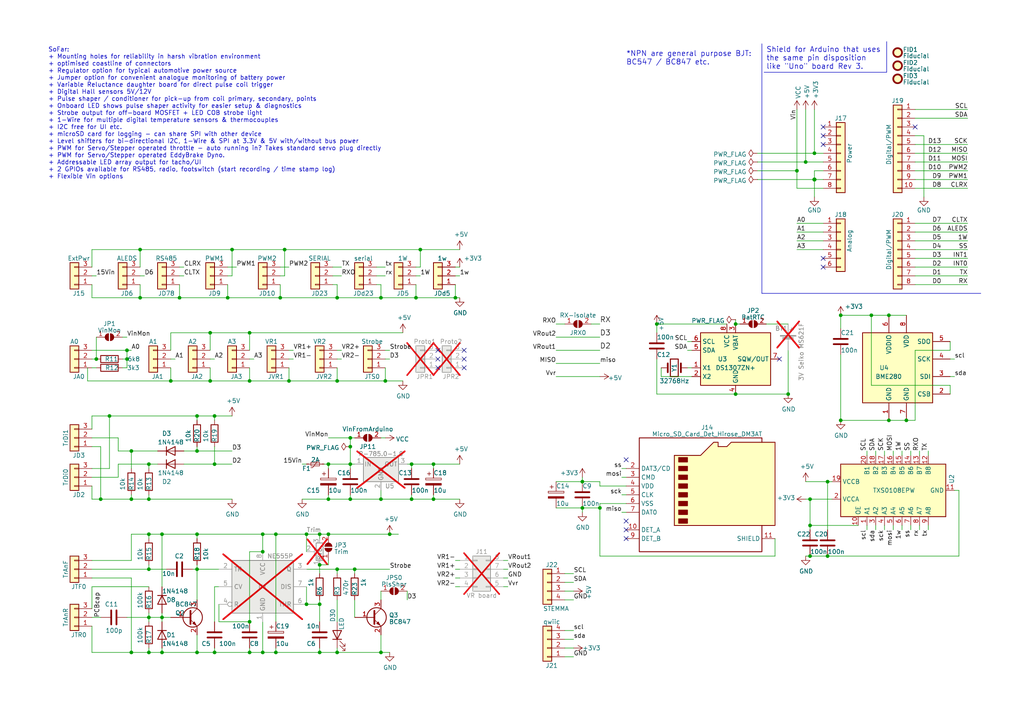
<source format=kicad_sch>
(kicad_sch (version 20250114) (generator "eeschema") (generator_version "9.0")
  (paper "A4")
  (title_block (title "ArdynoMon") (date "2026-02-14") (rev "Rev 3.6") (company "TechColab.co.je") (comment 1 "Enhanced from Ardyno.") (comment 2 "+Some engine monitoring / logging inputs") (comment 3 "+Some outputs for UI & engine / dyno control") (comment 4 "+Enabled for further increments."))
  (text "*NPN are general purpose BJT:\nBC547 / BC847 etc." (at 181.61 19.05 0) (effects (font (size 1.524 1.524)) (justify left bottom)))
  (text "Shield for Arduino that uses\nthe same pin disposition\nlike \"Uno\" board Rev 3." (at 222.25 20.32 0) (effects (font (size 1.524 1.524)) (justify left bottom)))
  (text "SoFar:\n+ Mounting holes for reliability in harsh vibration environment\n+ optimised coastline of connectors\n+ Regulator option for typical automotive power source\n+ Jumper option for convenient analogue monitoring of battery power\n+ Variable Reluctance daughter board for direct pulse coil trigger\n+ Digital Hall sensors 5V/12V\n+ Pulse shaper / conditioner for pick-up from coil primary, secondary, points\n+ Onboard LED shows pulse shaper activity for easier setup & diagnostics\n+ Strobe output for off-board MOSFET + LED COB strobe light\n+ 1-Wire for multiple digital temperature sensors & thermocouples\n+ I2C free for UI etc.\n+ microSD card for logging - can share SPI with other device\n+ Level shifters for bi-directional I2C, 1-Wire & SPI at 3.3V & 5V with/without bus power\n+ PWM for Servo/Stepper operated throttle - auto running in? Takes standard servo plug directly\n+ PWM for Servo/Stepper operated EddyBrake Dyno.\n+ Addressable LED array output for tacho/UI\n+ 2 GPIOs available for RS485, radio, footswitch (start recording / time stamp log)\n+ Flexible Vin options" (at 13.97 52.07 0) (effects (font (size 1.27 1.27)) (justify left bottom)))
  (junction (at 60.96 96.52))
  (junction (at 110.49 189.23))
  (junction (at 43.18 154.94))
  (junction (at 243.84 121.92))
  (junction (at 46.99 179.07))
  (junction (at 67.31 72.39))
  (junction (at 57.15 189.23))
  (junction (at 72.39 189.23))
  (junction (at 213.36 93.98))
  (junction (at 125.73 134.62))
  (junction (at 88.9 175.26))
  (junction (at 72.39 110.49))
  (junction (at 120.65 86.36))
  (junction (at 101.6 134.62))
  (junction (at 46.99 154.94))
  (junction (at 111.76 110.49))
  (junction (at 97.79 165.1))
  (junction (at 83.82 110.49))
  (junction (at 97.79 189.23))
  (junction (at 40.64 72.39))
  (junction (at 43.18 134.62))
  (junction (at 233.68 46.99))
  (junction (at 252.73 91.44))
  (junction (at 173.99 147.32))
  (junction (at 40.64 86.36))
  (junction (at 80.01 189.23))
  (junction (at 76.2 189.23))
  (junction (at 62.23 120.65))
  (junction (at 95.25 134.62))
  (junction (at 257.81 91.44))
  (junction (at 38.1 130.81))
  (junction (at 236.22 52.07) (diameter 1.016))
  (junction (at 66.04 86.36))
  (junction (at 57.15 154.94))
  (junction (at 38.1 144.78))
  (junction (at 46.99 189.23))
  (junction (at 80.01 154.94))
  (junction (at 132.08 86.36))
  (junction (at 257.81 121.92))
  (junction (at 92.71 175.26))
  (junction (at 72.39 96.52))
  (junction (at 43.18 165.1))
  (junction (at 240.03 161.29))
  (junction (at 27.94 104.14))
  (junction (at 262.89 121.92))
  (junction (at 110.49 144.78))
  (junction (at 101.6 129.54))
  (junction (at 102.87 165.1))
  (junction (at 76.2 154.94))
  (junction (at 168.91 139.7))
  (junction (at 43.18 189.23))
  (junction (at 29.21 144.78))
  (junction (at 95.25 154.94))
  (junction (at 43.18 179.07))
  (junction (at 97.79 86.36))
  (junction (at 125.73 144.78))
  (junction (at 62.23 134.62))
  (junction (at 113.03 154.94))
  (junction (at 234.95 144.78))
  (junction (at 101.6 127))
  (junction (at 101.6 144.78))
  (junction (at 110.49 86.36))
  (junction (at 97.79 110.49))
  (junction (at 81.28 86.36))
  (junction (at 49.53 110.49))
  (junction (at 119.38 144.78))
  (junction (at 38.1 189.23))
  (junction (at 52.07 86.36))
  (junction (at 57.15 130.81))
  (junction (at 57.15 120.65))
  (junction (at 62.23 189.23))
  (junction (at 234.95 152.4))
  (junction (at 57.15 165.1))
  (junction (at 72.39 180.34))
  (junction (at 243.84 91.44))
  (junction (at 240.03 139.7))
  (junction (at 82.55 72.39))
  (junction (at 228.6 114.3))
  (junction (at 92.71 189.23))
  (junction (at 60.96 110.49))
  (junction (at 231.14 49.53))
  (junction (at 92.71 163.83))
  (junction (at 76.2 160.02))
  (junction (at 36.83 101.6))
  (junction (at 190.5 93.98))
  (junction (at 119.38 134.62))
  (junction (at 95.25 144.78))
  (junction (at 234.95 161.29))
  (junction (at 31.75 120.65))
  (junction (at 213.36 114.3))
  (junction (at 36.83 104.14))
  (junction (at 92.71 154.94))
  (junction (at 121.92 72.39))
  (junction (at 88.9 154.94))
  (junction (at 43.18 144.78))
  (junction (at 168.91 147.32))
  (junction (at 236.22 44.45))
  (no_connect (at 181.61 153.67))
  (no_connect (at 181.61 151.13))
  (no_connect (at 238.76 74.93))
  (no_connect (at 127 101.6))
  (no_connect (at 134.62 101.6))
  (no_connect (at 181.61 156.21))
  (no_connect (at 238.76 39.37))
  (no_connect (at 226.06 104.14))
  (no_connect (at 127 106.68))
  (no_connect (at 181.61 133.35))
  (no_connect (at 238.76 36.83))
  (no_connect (at 134.62 104.14))
  (no_connect (at 134.62 106.68))
  (no_connect (at 238.76 77.47))
  (no_connect (at 127 104.14))
  (no_connect (at 238.76 41.91))
  (no_connect (at 265.43 36.83))
  (wire (pts (xy 95.25 134.62) (xy 101.6 134.62)))
  (wire (pts (xy 101.6 144.78) (xy 110.49 144.78)))
  (wire (pts (xy 180.34 143.51) (xy 181.61 143.51)))
  (wire (pts (xy 92.71 156.21) (xy 92.71 154.94)))
  (wire (pts (xy 110.49 82.55) (xy 110.49 86.36)))
  (wire (pts (xy 238.76 49.53) (xy 236.22 49.53)))
  (wire (pts (xy 213.36 92.71) (xy 213.36 93.98)))
  (wire (pts (xy 161.29 109.22) (xy 173.99 109.22)))
  (wire (pts (xy 275.59 109.22) (xy 276.86 109.22)))
  (wire (pts (xy 36.83 106.68) (xy 36.83 104.14)))
  (wire (pts (xy 163.83 190.5) (xy 166.37 190.5)))
  (polyline (pts (xy 220.98 85.09) (xy 284.48 85.09)))
  (wire (pts (xy 80.01 154.94) (xy 88.9 154.94)))
  (wire (pts (xy 66.04 77.47) (xy 68.58 77.47)))
  (wire (pts (xy 110.49 171.45) (xy 110.49 173.99)))
  (wire (pts (xy 63.5 170.18) (xy 62.23 170.18)))
  (wire (pts (xy 132.08 167.64) (xy 133.35 167.64)))
  (wire (pts (xy 43.18 187.96) (xy 43.18 189.23)))
  (wire (pts (xy 57.15 163.83) (xy 57.15 165.1)))
  (wire (pts (xy 97.79 187.96) (xy 97.79 189.23)))
  (wire (pts (xy 191.77 109.22) (xy 200.66 109.22)))
  (wire (pts (xy 95.25 135.89) (xy 95.25 134.62)))
  (wire (pts (xy 110.49 184.15) (xy 110.49 189.23)))
  (wire (pts (xy 133.35 86.36) (xy 132.08 86.36)))
  (wire (pts (xy 40.64 72.39) (xy 26.67 72.39)))
  (wire (pts (xy 46.99 177.8) (xy 46.99 179.07)))
  (wire (pts (xy 254 130.81) (xy 254 132.08)))
  (wire (pts (xy 87.63 144.78) (xy 95.25 144.78)))
  (wire (pts (xy 110.49 127) (xy 111.76 127)))
  (wire (pts (xy 36.83 179.07) (xy 43.18 179.07)))
  (wire (pts (xy 265.43 44.45) (xy 280.67 44.45)))
  (wire (pts (xy 72.39 106.68) (xy 72.39 110.49)))
  (wire (pts (xy 265.43 39.37) (xy 267.97 39.37)))
  (wire (pts (xy 101.6 134.62) (xy 102.87 134.62)))
  (wire (pts (xy 161.29 101.6) (xy 173.99 101.6)))
  (wire (pts (xy 132.08 86.36) (xy 120.65 86.36)))
  (wire (pts (xy 92.71 163.83) (xy 95.25 163.83)))
  (wire (pts (xy 80.01 187.96) (xy 80.01 189.23)))
  (wire (pts (xy 163.83 171.45) (xy 166.37 171.45)))
  (wire (pts (xy 110.49 189.23) (xy 113.03 189.23)))
  (wire (pts (xy 101.6 134.62) (xy 101.6 135.89)))
  (wire (pts (xy 43.18 189.23) (xy 46.99 189.23)))
  (wire (pts (xy 132.08 80.01) (xy 133.35 80.01)))
  (wire (pts (xy 49.53 110.49) (xy 60.96 110.49)))
  (wire (pts (xy 95.25 143.51) (xy 95.25 144.78)))
  (wire (pts (xy 57.15 130.81) (xy 67.31 130.81)))
  (wire (pts (xy 81.28 82.55) (xy 81.28 86.36)))
  (wire (pts (xy 161.29 105.41) (xy 173.99 105.41)))
  (wire (pts (xy 181.61 140.97) (xy 173.99 140.97)))
  (wire (pts (xy 190.5 93.98) (xy 190.5 96.52)))
  (wire (pts (xy 67.31 72.39) (xy 67.31 80.01)))
  (wire (pts (xy 57.15 184.15) (xy 57.15 189.23)))
  (wire (pts (xy 228.6 114.3) (xy 213.36 114.3)))
  (wire (pts (xy 43.18 163.83) (xy 43.18 165.1)))
  (wire (pts (xy 97.79 189.23) (xy 110.49 189.23)))
  (wire (pts (xy 234.95 144.78) (xy 234.95 152.4)))
  (wire (pts (xy 180.34 135.89) (xy 181.61 135.89)))
  (wire (pts (xy 168.91 138.43) (xy 168.91 139.7)))
  (wire (pts (xy 101.6 127) (xy 102.87 127)))
  (wire (pts (xy 173.99 146.05) (xy 181.61 146.05)))
  (wire (pts (xy 236.22 31.75) (xy 236.22 44.45)))
  (wire (pts (xy 81.28 80.01) (xy 82.55 80.01)))
  (wire (pts (xy 46.99 154.94) (xy 57.15 154.94)))
  (wire (pts (xy 102.87 165.1) (xy 102.87 166.37)))
  (wire (pts (xy 72.39 160.02) (xy 72.39 180.34)))
  (wire (pts (xy 97.79 86.36) (xy 81.28 86.36)))
  (wire (pts (xy 26.67 135.89) (xy 31.75 135.89)))
  (wire (pts (xy 72.39 96.52) (xy 72.39 101.6)))
  (wire (pts (xy 133.35 72.39) (xy 121.92 72.39)))
  (wire (pts (xy 81.28 77.47) (xy 83.82 77.47)))
  (wire (pts (xy 52.07 82.55) (xy 52.07 86.36)))
  (wire (pts (xy 35.56 97.79) (xy 36.83 97.79)))
  (wire (pts (xy 275.59 99.06) (xy 275.59 101.6)))
  (wire (pts (xy 265.43 82.55) (xy 280.67 82.55)))
  (wire (pts (xy 43.18 134.62) (xy 43.18 135.89)))
  (wire (pts (xy 96.52 77.47) (xy 99.06 77.47)))
  (wire (pts (xy 92.71 163.83) (xy 92.71 166.37)))
  (wire (pts (xy 240.03 139.7) (xy 241.3 139.7)))
  (wire (pts (xy 120.65 80.01) (xy 121.92 80.01)))
  (wire (pts (xy 62.23 129.54) (xy 62.23 134.62)))
  (wire (pts (xy 233.68 31.75) (xy 233.68 46.99)))
  (wire (pts (xy 199.39 106.68) (xy 200.66 106.68)))
  (wire (pts (xy 66.04 82.55) (xy 66.04 86.36)))
  (wire (pts (xy 60.96 106.68) (xy 60.96 110.49)))
  (wire (pts (xy 34.29 130.81) (xy 38.1 130.81)))
  (wire (pts (xy 276.86 142.24) (xy 278.13 142.24)))
  (wire (pts (xy 92.71 187.96) (xy 92.71 189.23)))
  (wire (pts (xy 111.76 101.6) (xy 113.03 101.6)))
  (wire (pts (xy 97.79 110.49) (xy 111.76 110.49)))
  (wire (pts (xy 125.73 143.51) (xy 125.73 144.78)))
  (wire (pts (xy 62.23 134.62) (xy 67.31 134.62)))
  (wire (pts (xy 40.64 72.39) (xy 40.64 77.47)))
  (wire (pts (xy 161.29 97.79) (xy 173.99 97.79)))
  (wire (pts (xy 132.08 77.47) (xy 133.35 77.47)))
  (wire (pts (xy 36.83 101.6) (xy 38.1 101.6)))
  (wire (pts (xy 63.5 175.26) (xy 63.5 180.34)))
  (wire (pts (xy 63.5 180.34) (xy 72.39 180.34)))
  (wire (pts (xy 262.89 121.92) (xy 265.43 121.92)))
  (wire (pts (xy 26.67 170.18) (xy 43.18 170.18)))
  (wire (pts (xy 46.99 189.23) (xy 57.15 189.23)))
  (wire (pts (xy 119.38 143.51) (xy 119.38 144.78)))
  (wire (pts (xy 49.53 104.14) (xy 50.8 104.14)))
  (wire (pts (xy 222.25 93.98) (xy 228.6 93.98)))
  (wire (pts (xy 49.53 96.52) (xy 60.96 96.52)))
  (wire (pts (xy 125.73 144.78) (xy 133.35 144.78)))
  (wire (pts (xy 265.43 34.29) (xy 280.67 34.29)))
  (wire (pts (xy 161.29 147.32) (xy 168.91 147.32)))
  (wire (pts (xy 43.18 179.07) (xy 46.99 179.07)))
  (wire (pts (xy 26.67 129.54) (xy 29.21 129.54)))
  (wire (pts (xy 146.05 162.56) (xy 147.32 162.56)))
  (wire (pts (xy 231.14 72.39) (xy 238.76 72.39)))
  (wire (pts (xy 53.34 134.62) (xy 62.23 134.62)))
  (wire (pts (xy 92.71 154.94) (xy 95.25 154.94)))
  (wire (pts (xy 66.04 80.01) (xy 67.31 80.01)))
  (wire (pts (xy 88.9 175.26) (xy 92.71 175.26)))
  (wire (pts (xy 52.07 77.47) (xy 53.34 77.47)))
  (wire (pts (xy 76.2 189.23) (xy 80.01 189.23)))
  (wire (pts (xy 93.98 134.62) (xy 95.25 134.62)))
  (wire (pts (xy 26.67 138.43) (xy 34.29 138.43)))
  (wire (pts (xy 97.79 165.1) (xy 102.87 165.1)))
  (wire (pts (xy 265.43 77.47) (xy 280.67 77.47)))
  (wire (pts (xy 238.76 52.07) (xy 236.22 52.07)))
  (wire (pts (xy 265.43 67.31) (xy 280.67 67.31)))
  (wire (pts (xy 267.97 39.37) (xy 267.97 57.15)))
  (wire (pts (xy 266.7 152.4) (xy 266.7 153.67)))
  (wire (pts (xy 101.6 143.51) (xy 101.6 144.78)))
  (wire (pts (xy 43.18 156.21) (xy 43.18 154.94)))
  (wire (pts (xy 120.65 82.55) (xy 120.65 86.36)))
  (wire (pts (xy 265.43 49.53) (xy 280.67 49.53)))
  (wire (pts (xy 31.75 120.65) (xy 57.15 120.65)))
  (wire (pts (xy 43.18 165.1) (xy 48.26 165.1)))
  (polyline (pts (xy 257.175 20.955) (xy 257.175 12.065)))
  (wire (pts (xy 38.1 130.81) (xy 45.72 130.81)))
  (wire (pts (xy 190.5 104.14) (xy 190.5 114.3)))
  (wire (pts (xy 43.18 144.78) (xy 67.31 144.78)))
  (wire (pts (xy 243.84 102.87) (xy 243.84 121.92)))
  (wire (pts (xy 219.71 52.07) (xy 236.22 52.07)))
  (wire (pts (xy 72.39 110.49) (xy 83.82 110.49)))
  (wire (pts (xy 171.45 93.98) (xy 173.99 93.98)))
  (wire (pts (xy 234.95 161.29) (xy 240.03 161.29)))
  (wire (pts (xy 34.29 134.62) (xy 34.29 138.43)))
  (wire (pts (xy 233.68 161.29) (xy 234.95 161.29)))
  (wire (pts (xy 38.1 130.81) (xy 38.1 135.89)))
  (wire (pts (xy 111.76 110.49) (xy 116.84 110.49)))
  (wire (pts (xy 109.22 77.47) (xy 111.76 77.47)))
  (wire (pts (xy 265.43 72.39) (xy 280.67 72.39)))
  (wire (pts (xy 233.68 144.78) (xy 234.95 144.78)))
  (wire (pts (xy 238.76 64.77) (xy 231.14 64.77)))
  (wire (pts (xy 83.82 104.14) (xy 85.09 104.14)))
  (wire (pts (xy 199.39 99.06) (xy 200.66 99.06)))
  (wire (pts (xy 29.21 129.54) (xy 29.21 144.78)))
  (wire (pts (xy 111.76 104.14) (xy 113.03 104.14)))
  (wire (pts (xy 95.25 144.78) (xy 101.6 144.78)))
  (wire (pts (xy 254 152.4) (xy 254 153.67)))
  (wire (pts (xy 26.67 127) (xy 34.29 127)))
  (wire (pts (xy 26.67 162.56) (xy 38.1 162.56)))
  (wire (pts (xy 26.67 167.64) (xy 38.1 167.64)))
  (wire (pts (xy 38.1 154.94) (xy 43.18 154.94)))
  (wire (pts (xy 29.21 144.78) (xy 38.1 144.78)))
  (wire (pts (xy 62.23 170.18) (xy 62.23 180.34)))
  (wire (pts (xy 97.79 165.1) (xy 97.79 166.37)))
  (wire (pts (xy 111.76 106.68) (xy 111.76 110.49)))
  (wire (pts (xy 251.46 130.81) (xy 251.46 132.08)))
  (wire (pts (xy 234.95 152.4) (xy 234.95 153.67)))
  (wire (pts (xy 26.67 144.78) (xy 29.21 144.78)))
  (wire (pts (xy 96.52 82.55) (xy 97.79 82.55)))
  (wire (pts (xy 72.39 96.52) (xy 116.84 96.52)))
  (wire (pts (xy 219.71 49.53) (xy 231.14 49.53)))
  (wire (pts (xy 234.95 144.78) (xy 241.3 144.78)))
  (wire (pts (xy 31.75 135.89) (xy 31.75 120.65)))
  (wire (pts (xy 62.23 120.65) (xy 67.31 120.65)))
  (wire (pts (xy 275.59 104.14) (xy 276.86 104.14)))
  (wire (pts (xy 120.65 77.47) (xy 121.92 77.47)))
  (wire (pts (xy 265.43 46.99) (xy 280.67 46.99)))
  (wire (pts (xy 119.38 134.62) (xy 119.38 135.89)))
  (wire (pts (xy 95.25 163.83) (xy 95.25 162.56)))
  (wire (pts (xy 264.16 152.4) (xy 264.16 153.67)))
  (wire (pts (xy 53.34 130.81) (xy 57.15 130.81)))
  (wire (pts (xy 125.73 134.62) (xy 133.35 134.62)))
  (wire (pts (xy 62.23 187.96) (xy 62.23 189.23)))
  (wire (pts (xy 163.83 168.91) (xy 166.37 168.91)))
  (wire (pts (xy 240.03 161.29) (xy 278.13 161.29)))
  (wire (pts (xy 97.79 101.6) (xy 99.06 101.6)))
  (wire (pts (xy 26.67 140.97) (xy 26.67 144.78)))
  (wire (pts (xy 88.9 154.94) (xy 92.71 154.94)))
  (wire (pts (xy 97.79 82.55) (xy 97.79 86.36)))
  (wire (pts (xy 233.68 46.99) (xy 238.76 46.99)))
  (wire (pts (xy 173.99 146.05) (xy 173.99 147.32)))
  (wire (pts (xy 168.91 147.32) (xy 168.91 148.59)))
  (wire (pts (xy 132.08 162.56) (xy 133.35 162.56)))
  (wire (pts (xy 80.01 154.94) (xy 80.01 180.34)))
  (wire (pts (xy 88.9 170.18) (xy 88.9 175.26)))
  (wire (pts (xy 238.76 54.61) (xy 231.14 54.61)))
  (wire (pts (xy 265.43 54.61) (xy 280.67 54.61)))
  (wire (pts (xy 72.39 104.14) (xy 73.66 104.14)))
  (wire (pts (xy 26.67 106.68) (xy 27.94 106.68)))
  (wire (pts (xy 97.79 173.99) (xy 97.79 180.34)))
  (wire (pts (xy 43.18 180.34) (xy 43.18 179.07)))
  (wire (pts (xy 236.22 52.07) (xy 236.22 57.15)))
  (wire (pts (xy 180.34 138.43) (xy 181.61 138.43)))
  (wire (pts (xy 97.79 106.68) (xy 97.79 110.49)))
  (wire (pts (xy 26.67 120.65) (xy 31.75 120.65)))
  (wire (pts (xy 233.68 139.7) (xy 240.03 139.7)))
  (wire (pts (xy 213.36 93.98) (xy 214.63 93.98)))
  (wire (pts (xy 72.39 160.02) (xy 76.2 160.02)))
  (polyline (pts (xy 221.615 20.955) (xy 257.175 20.955)))
  (wire (pts (xy 25.4 106.68) (xy 25.4 110.49)))
  (wire (pts (xy 265.43 31.75) (xy 280.67 31.75)))
  (wire (pts (xy 43.18 143.51) (xy 43.18 144.78)))
  (wire (pts (xy 55.88 165.1) (xy 57.15 165.1)))
  (wire (pts (xy 259.08 130.81) (xy 259.08 132.08)))
  (wire (pts (xy 88.9 165.1) (xy 97.79 165.1)))
  (wire (pts (xy 265.43 64.77) (xy 280.67 64.77)))
  (wire (pts (xy 76.2 154.94) (xy 80.01 154.94)))
  (wire (pts (xy 252.73 91.44) (xy 257.81 91.44)))
  (wire (pts (xy 43.18 177.8) (xy 43.18 179.07)))
  (wire (pts (xy 132.08 170.18) (xy 133.35 170.18)))
  (wire (pts (xy 38.1 154.94) (xy 38.1 162.56)))
  (wire (pts (xy 83.82 101.6) (xy 85.09 101.6)))
  (wire (pts (xy 265.43 80.01) (xy 280.67 80.01)))
  (wire (pts (xy 168.91 139.7) (xy 173.99 139.7)))
  (wire (pts (xy 57.15 165.1) (xy 57.15 173.99)))
  (wire (pts (xy 40.64 86.36) (xy 26.67 86.36)))
  (wire (pts (xy 38.1 144.78) (xy 43.18 144.78)))
  (wire (pts (xy 57.15 154.94) (xy 76.2 154.94)))
  (wire (pts (xy 231.14 49.53) (xy 231.14 54.61)))
  (wire (pts (xy 67.31 72.39) (xy 40.64 72.39)))
  (wire (pts (xy 266.7 130.81) (xy 266.7 132.08)))
  (wire (pts (xy 25.4 110.49) (xy 49.53 110.49)))
  (wire (pts (xy 57.15 165.1) (xy 63.5 165.1)))
  (wire (pts (xy 110.49 144.78) (xy 119.38 144.78)))
  (wire (pts (xy 118.11 171.45) (xy 118.11 173.99)))
  (wire (pts (xy 83.82 110.49) (xy 97.79 110.49)))
  (wire (pts (xy 38.1 189.23) (xy 43.18 189.23)))
  (wire (pts (xy 26.67 77.47) (xy 26.67 72.39)))
  (wire (pts (xy 43.18 154.94) (xy 46.99 154.94)))
  (wire (pts (xy 92.71 175.26) (xy 92.71 180.34)))
  (wire (pts (xy 190.5 93.98) (xy 210.82 93.98)))
  (wire (pts (xy 180.34 148.59) (xy 181.61 148.59)))
  (wire (pts (xy 257.81 91.44) (xy 262.89 91.44)))
  (wire (pts (xy 275.59 111.76) (xy 275.59 114.3)))
  (wire (pts (xy 173.99 161.29) (xy 224.79 161.29)))
  (wire (pts (xy 115.57 154.94) (xy 113.03 154.94)))
  (wire (pts (xy 110.49 142.24) (xy 110.49 144.78)))
  (wire (pts (xy 231.14 67.31) (xy 238.76 67.31)))
  (wire (pts (xy 81.28 86.36) (xy 66.04 86.36)))
  (polyline (pts (xy 220.98 85.09) (xy 220.98 12.7)))
  (wire (pts (xy 265.43 101.6) (xy 265.43 121.92)))
  (wire (pts (xy 40.64 82.55) (xy 40.64 86.36)))
  (wire (pts (xy 34.29 134.62) (xy 43.18 134.62)))
  (wire (pts (xy 92.71 189.23) (xy 97.79 189.23)))
  (wire (pts (xy 265.43 41.91) (xy 280.67 41.91)))
  (wire (pts (xy 26.67 165.1) (xy 43.18 165.1)))
  (wire (pts (xy 109.22 80.01) (xy 111.76 80.01)))
  (wire (pts (xy 72.39 189.23) (xy 76.2 189.23)))
  (wire (pts (xy 52.07 86.36) (xy 40.64 86.36)))
  (wire (pts (xy 228.6 101.6) (xy 228.6 114.3)))
  (wire (pts (xy 264.16 130.81) (xy 264.16 132.08)))
  (wire (pts (xy 66.04 86.36) (xy 52.07 86.36)))
  (wire (pts (xy 173.99 140.97) (xy 173.99 139.7)))
  (wire (pts (xy 36.83 104.14) (xy 36.83 101.6)))
  (wire (pts (xy 265.43 52.07) (xy 280.67 52.07)))
  (wire (pts (xy 256.54 152.4) (xy 256.54 153.67)))
  (wire (pts (xy 109.22 82.55) (xy 110.49 82.55)))
  (wire (pts (xy 163.83 166.37) (xy 166.37 166.37)))
  (wire (pts (xy 88.9 154.94) (xy 88.9 160.02)))
  (wire (pts (xy 52.07 80.01) (xy 53.34 80.01)))
  (wire (pts (xy 101.6 129.54) (xy 101.6 134.62)))
  (wire (pts (xy 38.1 167.64) (xy 38.1 189.23)))
  (wire (pts (xy 163.83 187.96) (xy 166.37 187.96)))
  (wire (pts (xy 243.84 91.44) (xy 243.84 95.25)))
  (wire (pts (xy 43.18 134.62) (xy 45.72 134.62)))
  (wire (pts (xy 190.5 114.3) (xy 213.36 114.3)))
  (wire (pts (xy 26.67 124.46) (xy 26.67 120.65)))
  (wire (pts (xy 161.29 139.7) (xy 168.91 139.7)))
  (wire (pts (xy 119.38 134.62) (xy 125.73 134.62)))
  (wire (pts (xy 46.99 180.34) (xy 46.99 179.07)))
  (wire (pts (xy 57.15 120.65) (xy 57.15 121.92)))
  (wire (pts (xy 269.24 130.81) (xy 269.24 132.08)))
  (wire (pts (xy 82.55 72.39) (xy 82.55 80.01)))
  (wire (pts (xy 80.01 189.23) (xy 92.71 189.23)))
  (wire (pts (xy 118.11 134.62) (xy 119.38 134.62)))
  (wire (pts (xy 173.99 147.32) (xy 173.99 161.29)))
  (wire (pts (xy 96.52 80.01) (xy 99.06 80.01)))
  (wire (pts (xy 146.05 167.64) (xy 147.32 167.64)))
  (wire (pts (xy 102.87 165.1) (xy 113.03 165.1)))
  (wire (pts (xy 87.63 134.62) (xy 88.9 134.62)))
  (wire (pts (xy 57.15 154.94) (xy 57.15 156.21)))
  (wire (pts (xy 27.94 97.79) (xy 27.94 104.14)))
  (wire (pts (xy 252.73 111.76) (xy 275.59 111.76)))
  (wire (pts (xy 101.6 129.54) (xy 101.6 127)))
  (wire (pts (xy 26.67 82.55) (xy 26.67 86.36)))
  (wire (pts (xy 102.87 173.99) (xy 102.87 179.07)))
  (wire (pts (xy 35.56 106.68) (xy 36.83 106.68)))
  (wire (pts (xy 26.67 189.23) (xy 38.1 189.23)))
  (wire (pts (xy 243.84 91.44) (xy 252.73 91.44)))
  (wire (pts (xy 49.53 106.68) (xy 49.53 110.49)))
  (wire (pts (xy 38.1 143.51) (xy 38.1 144.78)))
  (wire (pts (xy 121.92 72.39) (xy 121.92 77.47)))
  (wire (pts (xy 163.83 182.88) (xy 166.37 182.88)))
  (wire (pts (xy 219.71 44.45) (xy 236.22 44.45)))
  (wire (pts (xy 168.91 147.32) (xy 173.99 147.32)))
  (wire (pts (xy 83.82 106.68) (xy 83.82 110.49)))
  (wire (pts (xy 261.62 130.81) (xy 261.62 132.08)))
  (wire (pts (xy 26.67 181.61) (xy 26.67 189.23)))
  (wire (pts (xy 252.73 91.44) (xy 252.73 111.76)))
  (wire (pts (xy 57.15 129.54) (xy 57.15 130.81)))
  (wire (pts (xy 125.73 134.62) (xy 125.73 135.89)))
  (wire (pts (xy 265.43 74.93) (xy 280.67 74.93)))
  (wire (pts (xy 26.67 101.6) (xy 36.83 101.6)))
  (wire (pts (xy 132.08 165.1) (xy 133.35 165.1)))
  (wire (pts (xy 259.08 152.4) (xy 259.08 153.67)))
  (wire (pts (xy 26.67 104.14) (xy 27.94 104.14)))
  (wire (pts (xy 251.46 152.4) (xy 251.46 153.67)))
  (wire (pts (xy 34.29 127) (xy 34.29 130.81)))
  (wire (pts (xy 256.54 130.81) (xy 256.54 132.08)))
  (wire (pts (xy 110.49 86.36) (xy 97.79 86.36)))
  (wire (pts (xy 76.2 180.34) (xy 76.2 189.23)))
  (wire (pts (xy 275.59 101.6) (xy 265.43 101.6)))
  (wire (pts (xy 49.53 96.52) (xy 49.53 101.6)))
  (wire (pts (xy 257.81 121.92) (xy 262.89 121.92)))
  (wire (pts (xy 95.25 127) (xy 101.6 127)))
  (wire (pts (xy 92.71 173.99) (xy 92.71 175.26)))
  (wire (pts (xy 161.29 93.98) (xy 163.83 93.98)))
  (wire (pts (xy 236.22 44.45) (xy 238.76 44.45)))
  (wire (pts (xy 46.99 179.07) (xy 49.53 179.07)))
  (wire (pts (xy 26.67 80.01) (xy 27.94 80.01)))
  (wire (pts (xy 243.84 121.92) (xy 257.81 121.92)))
  (wire (pts (xy 60.96 104.14) (xy 62.23 104.14)))
  (wire (pts (xy 57.15 189.23) (xy 62.23 189.23)))
  (wire (pts (xy 191.77 106.68) (xy 191.77 109.22)))
  (wire (pts (xy 35.56 104.14) (xy 36.83 104.14)))
  (wire (pts (xy 231.14 31.75) (xy 231.14 49.53)))
  (wire (pts (xy 40.64 80.01) (xy 41.91 80.01)))
  (wire (pts (xy 240.03 139.7) (xy 240.03 153.67)))
  (wire (pts (xy 60.96 110.49) (xy 72.39 110.49)))
  (wire (pts (xy 132.08 82.55) (xy 132.08 86.36)))
  (wire (pts (xy 265.43 69.85) (xy 280.67 69.85)))
  (wire (pts (xy 236.22 49.53) (xy 236.22 52.07)))
  (wire (pts (xy 76.2 154.94) (xy 76.2 160.02)))
  (wire (pts (xy 57.15 120.65) (xy 62.23 120.65)))
  (wire (pts (xy 146.05 165.1) (xy 147.32 165.1)))
  (wire (pts (xy 82.55 72.39) (xy 67.31 72.39)))
  (wire (pts (xy 95.25 154.94) (xy 113.03 154.94)))
  (wire (pts (xy 238.76 69.85) (xy 231.14 69.85)))
  (wire (pts (xy 120.65 86.36) (xy 110.49 86.36)))
  (wire (pts (xy 72.39 187.96) (xy 72.39 189.23)))
  (wire (pts (xy 261.62 152.4) (xy 261.62 153.67)))
  (wire (pts (xy 26.67 179.07) (xy 29.21 179.07)))
  (wire (pts (xy 121.92 72.39) (xy 82.55 72.39)))
  (wire (pts (xy 62.23 189.23) (xy 72.39 189.23)))
  (wire (pts (xy 163.83 173.99) (xy 166.37 173.99)))
  (wire (pts (xy 46.99 154.94) (xy 46.99 170.18)))
  (wire (pts (xy 60.96 96.52) (xy 60.96 101.6)))
  (wire (pts (xy 234.95 152.4) (xy 248.92 152.4)))
  (wire (pts (xy 97.79 104.14) (xy 99.06 104.14)))
  (wire (pts (xy 224.79 156.21) (xy 224.79 161.29)))
  (wire (pts (xy 269.24 152.4) (xy 269.24 153.67)))
  (wire (pts (xy 219.71 46.99) (xy 233.68 46.99)))
  (wire (pts (xy 62.23 121.92) (xy 62.23 120.65)))
  (wire (pts (xy 60.96 96.52) (xy 72.39 96.52)))
  (wire (pts (xy 199.39 101.6) (xy 200.66 101.6)))
  (wire (pts (xy 119.38 144.78) (xy 125.73 144.78)))
  (wire (pts (xy 146.05 170.18) (xy 147.32 170.18)))
  (wire (pts (xy 46.99 187.96) (xy 46.99 189.23)))
  (wire (pts (xy 163.83 185.42) (xy 166.37 185.42)))
  (wire (pts (xy 26.67 170.18) (xy 26.67 176.53)))
  (wire (pts (xy 278.13 142.24) (xy 278.13 161.29)))
  (label "D2" (at 173.99 101.6 0) (effects (font (size 1.524 1.524))))
  (label "rx" (at 266.7 153.67 270))
  (label "SDA" (at 199.39 101.6 180))
  (label "VinMon" (at 36.83 97.79 0))
  (label "ss" (at 264.16 153.67 270))
  (label "MISO" (at 280.67 44.45 180))
  (label "VR1+" (at 85.09 101.6 0))
  (label "GND" (at 166.37 173.99 0))
  (label "INT1" (at 280.67 74.93 180))
  (label "CLTX" (at 280.67 64.77 180))
  (label "D10" (at 273.05 49.53 180))
  (label "mosi" (at 259.08 153.67 270))
  (label "D12" (at 273.05 44.45 180))
  (label "VRout1" (at 161.29 101.6 180))
  (label "TX" (at 280.67 80.01 180))
  (label "CLRX" (at 53.34 77.47 0))
  (label "TX" (at 99.06 77.47 0))
  (label "SCK" (at 280.67 41.91 180))
  (label "SS" (at 264.16 130.81 90))
  (label "TX" (at 269.24 130.81 90))
  (label "VRout2" (at 147.32 165.1 0))
  (label "GND" (at 147.32 167.64 0))
  (label "15Vin" (at 27.94 80.01 0))
  (label "1W" (at 121.92 80.01 0))
  (label "VR1+" (at 132.08 165.1 180))
  (label "sck" (at 256.54 153.67 270))
  (label "SDA" (at 254 130.81 90))
  (label "miso" (at 173.99 105.41 0))
  (label "D13" (at 273.05 41.91 180))
  (label "SCL" (at 199.39 99.06 180))
  (label "MISO" (at 161.29 105.41 180))
  (label "D3" (at 67.31 130.81 0))
  (label "scl" (at 276.86 104.14 0))
  (label "A1" (at 50.8 104.14 0))
  (label "Vin" (at 231.14 31.75 270))
  (label "Vvr" (at 147.32 170.18 0))
  (label "VR2+" (at 132.08 167.64 180))
  (label "Strobe" (at 113.03 165.1 0))
  (label "sda" (at 276.86 109.22 0))
  (label "PWM1" (at 280.67 52.07 180))
  (label "RX" (at 173.99 93.98 0) (effects (font (size 1.524 1.524))))
  (label "D9" (at 273.05 52.07 180))
  (label "ALEDS" (at 280.67 67.31 180))
  (label "INT0" (at 280.67 77.47 180))
  (label "D0" (at 273.05 82.55 180))
  (label "1W" (at 261.62 130.81 90))
  (label "Vvr" (at 161.29 109.22 180))
  (label "VR2+" (at 99.06 101.6 0))
  (label "VRout2" (at 161.29 97.79 180))
  (label "VR2-" (at 99.06 104.14 0))
  (label "D3" (at 113.03 104.14 0))
  (label "RXO" (at 266.7 130.81 90))
  (label "VR2-" (at 132.08 170.18 180))
  (label "GND" (at 166.37 190.5 0))
  (label "scl" (at 251.46 153.67 270))
  (label "SCK" (at 256.54 130.81 90))
  (label "sck" (at 180.34 143.51 180))
  (label "15Vin" (at 87.63 134.62 180))
  (label "VRout1" (at 147.32 162.56 0))
  (label "RXO" (at 161.29 93.98 180))
  (label "VinMon" (at 95.25 127 180))
  (label "D7" (at 273.05 64.77 180))
  (label "1w" (at 133.35 80.01 0))
  (label "D3" (at 118.11 173.99 0))
  (label "D3" (at 273.05 74.93 180))
  (label "A0" (at 231.14 64.77 0))
  (label "tx" (at 269.24 153.67 270))
  (label "D2" (at 67.31 134.62 0))
  (label "A3" (at 231.14 72.39 0))
  (label "sda" (at 166.37 185.42 0))
  (label "ss" (at 180.34 135.89 180))
  (label "D8" (at 273.05 54.61 180))
  (label "D6" (at 273.05 67.31 180))
  (label "A0" (at 38.1 101.6 0))
  (label "1w" (at 261.62 153.67 270))
  (label "SCL" (at 251.46 130.81 90))
  (label "CLTX" (at 53.34 80.01 0))
  (label "scl" (at 166.37 182.88 0))
  (label "PWM2" (at 280.67 49.53 180))
  (label "VR1-" (at 85.09 104.14 0))
  (label "D11" (at 273.05 46.99 180))
  (label "D1" (at 273.05 80.01 180))
  (label "PCBcap" (at 29.21 179.07 90))
  (label "miso" (at 180.34 148.59 180))
  (label "A2" (at 231.14 69.85 0))
  (label "PWM2" (at 83.82 77.47 0))
  (label "SS" (at 280.67 72.39 180))
  (label "D5" (at 273.05 69.85 180))
  (label "CLRX" (at 280.67 54.61 180))
  (label "D4" (at 273.05 72.39 180))
  (label "PWM1" (at 68.58 77.47 0))
  (label "MOSI" (at 259.08 130.81 90))
  (label "VR1-" (at 132.08 162.56 180))
  (label "SDA" (at 166.37 168.91 0))
  (label "A3" (at 73.66 104.14 0))
  (label "D6" (at 41.91 80.01 0))
  (label "SDA" (at 280.67 34.29 180))
  (label "mosi" (at 180.34 138.43 180))
  (label "tx" (at 111.76 77.47 0))
  (label "rx" (at 111.76 80.01 0))
  (label "Strobe" (at 113.03 101.6 0))
  (label "MOSI" (at 280.67 46.99 180))
  (label "A1" (at 231.14 67.31 0))
  (label "SCL" (at 166.37 166.37 0))
  (label "D2" (at 273.05 77.47 180))
  (label "D3" (at 173.99 97.79 0) (effects (font (size 1.524 1.524))))
  (label "sda" (at 254 153.67 270))
  (label "1W" (at 280.67 69.85 180))
  (label "SCL" (at 280.67 31.75 180))
  (label "A2" (at 62.23 104.14 0))
  (label "RX" (at 280.67 82.55 180))
  (label "RXO" (at 99.06 80.01 0))
  (symbol (lib_id "Timer:NE555P") (at 76.2 170.18 0) (unit 1) (in_bom no) (dnp yes)
    (property "Reference" "U1" (at 76.2 170.18 0))
    (property "Value" "NE555P" (at 81.28 161.29 0))
    (property "Footprint" "Package_DIP:DIP-8_W7.62mm" (effects (hide yes)))
    (property "Datasheet" "http://www.ti.com/lit/ds/symlink/ne555.pdf" (effects (hide yes)))
    (property "DNP" "DoNotPlace" (effects (hide yes)))
  )
  (symbol (lib_id "Diode:1N4148") (at 46.99 184.15 270) (unit 1)
    (property "Reference" "D1" (at 48.26 184.15 90) (effects (justify left)))
    (property "Value" "1N4148" (at 46.99 186.69 90) (effects (justify left)))
    (property "Footprint" "Diode_SMD:D_0603_1608Metric" (effects (hide yes)))
    (property "Datasheet" "https://assets.nexperia.com/documents/data-sheet/1N4148_1N4448.pdf" (effects (hide yes)))
    (property "MFG Name" "Taiwan Semiconductor" (effects (hide yes)))
    (property "MFG Part Num" "TS4148C RCG" (effects (hide yes)))
  )
  (symbol (lib_id "Connector_Generic:Conn_01x03") (at 21.59 179.07 180) (unit 1)
    (property "Reference" "JTR0" (at 22.86 184.15 0))
    (property "Value" "TrAnR" (at 19.05 179.07 90))
    (property "Footprint" "Connector_PinHeader_2.54mm:PinHeader_1x03_P2.54mm_Vertical" (effects (hide yes)))
    (property "DNP" "DoNotPlace" (effects (hide yes)))
  )
  (symbol (lib_id "Connector_Generic:Conn_01x03") (at 21.59 104.14 180) (unit 1)
    (property "Reference" "JA0" (at 22.86 109.22 0))
    (property "Value" "A0" (at 21.59 99.06 0))
    (property "Footprint" "Connector_PinHeader_2.54mm:PinHeader_1x03_P2.54mm_Vertical" (effects (hide yes)))
    (property "DNP" "DoNotPlace" (effects (hide yes)))
  )
  (symbol (lib_id "Connector_Generic:Conn_01x03") (at 21.59 138.43 180) (unit 1)
    (property "Reference" "JD2" (at 22.86 143.51 0))
    (property "Value" "TrDi0" (at 19.05 138.43 90))
    (property "Footprint" "Connector_PinHeader_2.54mm:PinHeader_1x03_P2.54mm_Vertical" (effects (hide yes)))
    (property "DNP" "DoNotPlace" (effects (hide yes)))
  )
  (symbol (lib_id "power:+5V") (at 133.35 134.62 0) (unit 1)
    (property "Reference" "#PWR015" (effects (hide yes)))
    (property "Value" "+5V" (at 133.731 130.2258 0))
  )
  (symbol (lib_id "power:GND") (at 113.03 189.23 0) (unit 1)
    (property "Reference" "#PWR014" (effects (hide yes)))
    (property "Value" "GND" (at 113.157 193.6242 0))
  )
  (symbol (lib_id "Connector_Generic:Conn_01x03") (at 44.45 104.14 180) (unit 1)
    (property "Reference" "JA1" (at 45.72 109.22 0))
    (property "Value" "A1" (at 44.45 99.06 0))
    (property "Footprint" "Connector_PinHeader_2.54mm:PinHeader_1x03_P2.54mm_Vertical" (effects (hide yes)))
    (property "DNP" "DoNotPlace" (effects (hide yes)))
  )
  (symbol (lib_id "Connector_Generic:Conn_01x03") (at 55.88 104.14 180) (unit 1)
    (property "Reference" "JA2" (at 57.15 109.22 0))
    (property "Value" "A2" (at 55.88 99.06 0))
    (property "Footprint" "Connector_PinHeader_2.54mm:PinHeader_1x03_P2.54mm_Vertical" (effects (hide yes)))
    (property "DNP" "DoNotPlace" (effects (hide yes)))
  )
  (symbol (lib_id "Connector_Generic:Conn_01x03") (at 67.31 104.14 180) (unit 1)
    (property "Reference" "JA3" (at 68.58 109.22 0))
    (property "Value" "A3" (at 67.31 99.06 0))
    (property "Footprint" "Connector_PinHeader_2.54mm:PinHeader_1x03_P2.54mm_Vertical" (effects (hide yes)))
    (property "DNP" "DoNotPlace" (effects (hide yes)))
  )
  (symbol (lib_id "Device:R") (at 43.18 173.99 0) (unit 1)
    (property "Reference" "R16" (at 43.18 176.53 90) (effects (justify left)))
    (property "Value" "100k" (at 40.64 176.53 90) (effects (justify left)))
    (property "Footprint" "Resistor_SMD:R_0603_1608Metric" (effects (hide yes)))
    (property "MFG Name" "Panasonic" (effects (hide yes)))
    (property "MFG Part Num" "ERJ-PA3F1003V" (effects (hide yes)))
  )
  (symbol (lib_id "Device:R") (at 31.75 104.14 90) (unit 1)
    (property "Reference" "R11" (at 34.29 104.14 90) (effects (justify left)))
    (property "Value" "6k8" (at 40.64 104.14 90) (effects (justify left)))
    (property "Footprint" "Resistor_SMD:R_0603_1608Metric" (effects (hide yes)))
    (property "MFG Name" "Panasonic" (effects (hide yes)))
    (property "MFG Part Num" "ERJPA3F6801V" (effects (hide yes)))
  )
  (symbol (lib_id "Device:R") (at 43.18 184.15 0) (unit 1)
    (property "Reference" "R17" (at 43.18 186.69 90) (effects (justify left)))
    (property "Value" "100k" (at 40.64 186.69 90) (effects (justify left)))
    (property "Footprint" "Resistor_SMD:R_0603_1608Metric" (effects (hide yes)))
    (property "MFG Name" "Panasonic" (effects (hide yes)))
    (property "MFG Part Num" "ERJ-PA3F1003V" (effects (hide yes)))
  )
  (symbol (lib_id "Device:R") (at 92.71 170.18 0) (unit 1)
    (property "Reference" "R6" (at 92.71 172.72 90) (effects (justify left)))
    (property "Value" "1k" (at 90.17 170.18 90) (effects (justify left)))
    (property "Footprint" "Resistor_SMD:R_0603_1608Metric" (effects (hide yes)))
    (property "MFG Name" "Panasonic" (effects (hide yes)))
    (property "MFG Part Num" "ERJ-PA3F1001V" (effects (hide yes)))
  )
  (symbol (lib_id "Device:R") (at 57.15 160.02 0) (unit 1)
    (property "Reference" "R18" (at 57.15 162.56 90) (effects (justify left)))
    (property "Value" "10k" (at 59.69 162.56 90) (effects (justify left)))
    (property "Footprint" "Resistor_SMD:R_0603_1608Metric" (effects (hide yes)))
    (property "MFG Name" "Panasonic" (effects (hide yes)))
    (property "MFG Part Num" "ERJPA3F1002V" (effects (hide yes)))
  )
  (symbol (lib_id "Device:R") (at 31.75 106.68 270) (unit 1)
    (property "Reference" "R12" (at 30.48 106.68 90) (effects (justify left)))
    (property "Value" "3k3" (at 36.83 106.68 90) (effects (justify left)))
    (property "Footprint" "Resistor_SMD:R_0603_1608Metric" (effects (hide yes)))
    (property "MFG Name" "Panasonic" (effects (hide yes)))
    (property "MFG Part Num" "ERJPA3F3301V" (effects (hide yes)))
  )
  (symbol (lib_id "Device:C") (at 72.39 184.15 0) (unit 1)
    (property "Reference" "C8" (at 72.39 186.69 0) (effects (justify left)))
    (property "Value" "100n" (at 67.31 181.61 0) (effects (justify left)))
    (property "Footprint" "Capacitor_SMD:C_0603_1608Metric" (effects (hide yes)))
    (property "MFG Name" "KYOCERA AVX" (effects (hide yes)))
    (property "MFG Part Num" "06033G104ZAT4A" (effects (hide yes)))
  )
  (symbol (lib_id "Device:C") (at 243.84 99.06 0) (unit 1)
    (property "Reference" "C21" (at 243.84 96.52 0) (effects (justify left)))
    (property "Value" "100n" (at 243.84 101.6 0) (effects (justify left)))
    (property "Footprint" "Capacitor_SMD:C_0603_1608Metric" (effects (hide yes)))
    (property "MFG Name" "KYOCERA AVX" (effects (hide yes)))
    (property "MFG Part Num" "06033G104ZAT4A" (effects (hide yes)))
  )
  (symbol (lib_id "Device:C") (at 33.02 179.07 90) (unit 1)
    (property "Reference" "C11" (at 34.29 175.26 90) (effects (justify left)))
    (property "Value" "100p" (at 35.56 182.88 90) (effects (justify left)))
    (property "Footprint" "Capacitor_SMD:C_0603_1608Metric" (effects (hide yes)))
    (property "MFG Name" "Vishay" (effects (hide yes)))
    (property "MFG Part Num" "VJ0603Y101MXXCW1BC" (effects (hide yes)))
  )
  (symbol (lib_id "Device:C") (at 92.71 184.15 0) (unit 1)
    (property "Reference" "C6" (at 88.9 186.69 0) (effects (justify left)))
    (property "Value" "10n" (at 88.9 181.61 0) (effects (justify left)))
    (property "Footprint" "Capacitor_SMD:C_0603_1608Metric" (effects (hide yes)))
    (property "MFG Name" "Murata" (effects (hide yes)))
    (property "MFG Part Num" "GRM188R71E103KA01D" (effects (hide yes)))
  )
  (symbol (lib_id "Device:C") (at 62.23 184.15 0) (unit 1)
    (property "Reference" "C5" (at 58.42 186.69 0) (effects (justify left)))
    (property "Value" "100n" (at 63.5 186.69 0) (effects (justify left)))
    (property "Footprint" "Capacitor_SMD:C_0603_1608Metric" (effects (hide yes)))
    (property "MFG Name" "KYOCERA AVX" (effects (hide yes)))
    (property "MFG Part Num" "06033G104ZAT4A" (effects (hide yes)))
  )
  (symbol (lib_id "Device:CP") (at 80.01 184.15 0) (unit 1)
    (property "Reference" "C19" (at 80.01 181.61 0) (effects (justify left)))
    (property "Value" "10u" (at 80.01 186.69 0) (effects (justify left)))
    (property "Footprint" "Capacitor_SMD:C_0603_1608Metric" (effects (hide yes)))
    (property "MFG Name" "Murata" (effects (hide yes)))
    (property "MFG Part Num" "GRM188R61E106MA73J" (effects (hide yes)))
  )
  (symbol (lib_id "Device:CP") (at 125.73 139.7 0) (unit 1)
    (property "Reference" "C18" (at 125.73 137.16 0) (effects (justify left)))
    (property "Value" "10u" (at 125.73 142.24 0) (effects (justify left)))
    (property "Footprint" "Capacitor_SMD:C_0603_1608Metric" (effects (hide yes)))
    (property "MFG Name" "Murata" (effects (hide yes)))
    (property "MFG Part Num" "GRM188R61E106MA73J" (effects (hide yes)))
  )
  (symbol (lib_id "power:GND") (at 133.35 86.36 0) (unit 1)
    (property "Reference" "#PWR018" (effects (hide yes)))
    (property "Value" "GND" (at 133.477 90.7542 0))
  )
  (symbol (lib_id "Connector_Generic:Conn_01x03") (at 76.2 80.01 180) (unit 1)
    (property "Reference" "JD10" (at 77.47 85.09 0))
    (property "Value" "PWM2" (at 77.47 74.93 0))
    (property "Footprint" "Connector_PinHeader_2.54mm:PinHeader_1x03_P2.54mm_Vertical" (effects (hide yes)))
    (property "DNP" "DoNotPlace" (effects (hide yes)))
  )
  (symbol (lib_id "Connector_Generic:Conn_01x03") (at 21.59 80.01 180) (unit 1)
    (property "Reference" "J15" (at 22.86 85.09 0))
    (property "Value" "ExtPwr" (at 22.86 74.93 0))
    (property "Footprint" "Connector_PinHeader_2.54mm:PinHeader_1x03_P2.54mm_Vertical" (effects (hide yes)))
    (property "DNP" "DoNotPlace" (effects (hide yes)))
  )
  (symbol (lib_id "Connector_Generic:Conn_01x03") (at 60.96 80.01 180) (unit 1)
    (property "Reference" "JD9" (at 62.23 85.09 0))
    (property "Value" "PWM1" (at 62.23 74.93 0))
    (property "Footprint" "Connector_PinHeader_2.54mm:PinHeader_1x03_P2.54mm_Vertical" (effects (hide yes)))
    (property "DNP" "DoNotPlace" (effects (hide yes)))
  )
  (symbol (lib_id "Mechanical:Fiducial") (at 260.35 15.24 0) (unit 1)
    (property "Reference" "FID1" (at 261.8486 14.3764 0) (effects (justify left)))
    (property "Value" "Fiducial" (at 261.8486 16.2052 0) (effects (justify left)))
    (property "Footprint" "Fiducial:Fiducial_0.5mm_Mask1mm" (effects (hide yes)))
    (property "DNP" "DoNotPlace" (effects (hide yes)))
  )
  (symbol (lib_id "Mechanical:Fiducial") (at 260.35 19.05 0) (unit 1)
    (property "Reference" "FID2" (at 261.8486 18.1864 0) (effects (justify left)))
    (property "Value" "Fiducial" (at 261.8486 20.0152 0) (effects (justify left)))
    (property "Footprint" "Fiducial:Fiducial_0.5mm_Mask1mm" (effects (hide yes)))
    (property "DNP" "DoNotPlace" (effects (hide yes)))
  )
  (symbol (lib_id "Mechanical:Fiducial") (at 260.35 22.86 0) (unit 1)
    (property "Reference" "FID3" (at 261.8486 21.9964 0) (effects (justify left)))
    (property "Value" "Fiducial" (at 261.8486 23.8252 0) (effects (justify left)))
    (property "Footprint" "Fiducial:Fiducial_0.5mm_Mask1mm" (effects (hide yes)))
    (property "DNP" "DoNotPlace" (effects (hide yes)))
  )
  (symbol (lib_id "power:+5V") (at 133.35 72.39 0) (unit 1)
    (property "Reference" "#PWR017" (effects (hide yes)))
    (property "Value" "+5V" (at 133.731 67.9958 0))
  )
  (symbol (lib_id "Diode:1N4148") (at 46.99 173.99 270) (unit 1)
    (property "Reference" "D8" (at 48.26 173.99 90) (effects (justify left)))
    (property "Value" "1N4148" (at 46.99 171.45 90) (effects (justify left)))
    (property "Footprint" "Diode_SMD:D_0603_1608Metric" (effects (hide yes)))
    (property "Datasheet" "https://assets.nexperia.com/documents/data-sheet/1N4148_1N4448.pdf" (effects (hide yes)))
    (property "MFG Name" "Taiwan Semiconductor" (effects (hide yes)))
    (property "MFG Part Num" "TS4148C RCG" (effects (hide yes)))
  )
  (symbol (lib_id "power:PWR_FLAG") (at 219.71 44.45 90) (unit 1)
    (property "Reference" "#FLG011" (effects (hide yes)))
    (property "Value" "PWR_FLAG" (at 216.5351 44.7668 90) (effects (justify left)))
  )
  (symbol (lib_id "power:+5V") (at 233.68 139.7 0) (unit 1)
    (property "Reference" "#PWR035" (effects (hide yes)))
    (property "Value" "+5V" (at 234.061 135.3058 0))
  )
  (symbol (lib_id "Device:R_Potentiometer_Trim") (at 92.71 160.02 180) (unit 1) (in_bom no) (dnp yes)
    (property "Reference" "RV6" (at 92.71 162.56 90) (effects (justify right)))
    (property "Value" "Trim" (at 88.9 153.67 0) (effects (justify right)))
    (property "Footprint" "Potentiometer_THT:Potentiometer_Vishay_T73XW_Horizontal" (effects (hide yes)))
    (property "DNP" "DoNotPlace" (effects (hide yes)))
  )
  (symbol (lib_id "power:+5V") (at 190.5 93.98 0) (unit 1)
    (property "Reference" "#PWR027" (effects (hide yes)))
    (property "Value" "+5V" (at 191.77 93.98 90))
  )
  (symbol (lib_id "Connector_Generic:Conn_01x10") (at 260.35 41.91 0) (mirror y) (unit 1)
    (property "Reference" "J19" (at 260.35 29.21 0))
    (property "Value" "Digital/PWM" (at 257.81 41.91 90))
    (property "Footprint" "Connector_PinSocket_2.54mm:PinSocket_1x10_P2.54mm_Vertical" (effects (hide yes)))
    (property "DNP" "DoNotPlace" (effects (hide yes)))
  )
  (symbol (lib_id "Device:LED") (at 97.79 184.15 90) (unit 1)
    (property "Reference" "D30" (at 96.52 176.53 0) (effects (justify right)))
    (property "Value" "LED" (at 99.06 179.07 0) (effects (justify right)))
    (property "Footprint" "LED_SMD:LED_0805_2012Metric_Pad1.15x1.40mm_HandSolder" (effects (hide yes)))
    (property "MFG Name" "Lite-On" (effects (hide yes)))
    (property "MFG Part Num" "LTST-C191TBKT" (effects (hide yes)))
  )
  (symbol (lib_id "Jumper:SolderJumper_2_Open") (at 31.75 97.79 0) (unit 1)
    (property "Reference" "JP1" (at 31.75 93.8911 0))
    (property "Value" "VinMon" (at 31.75 95.8121 0))
    (property "Footprint" "Jumper:SolderJumper-2_P1.3mm_Open_RoundedPad1.0x1.5mm" (effects (hide yes)))
    (property "DNP" "DoNotPlace" (effects (hide yes)))
  )
  (symbol (lib_id "Device:R") (at 57.15 125.73 0) (unit 1)
    (property "Reference" "R20" (at 57.15 128.27 90) (effects (justify left)))
    (property "Value" "10k" (at 54.61 128.27 90) (effects (justify left)))
    (property "Footprint" "Resistor_SMD:R_0603_1608Metric" (effects (hide yes)))
    (property "MFG Name" "Panasonic" (effects (hide yes)))
    (property "MFG Part Num" "ERJPA3F1002V" (effects (hide yes)))
  )
  (symbol (lib_id "Device:C") (at 52.07 165.1 90) (unit 1)
    (property "Reference" "C2" (at 53.34 161.29 90) (effects (justify left)))
    (property "Value" "10n" (at 50.8 166.37 90) (effects (justify left)))
    (property "Footprint" "Capacitor_SMD:C_0603_1608Metric" (effects (hide yes)))
    (property "MFG Name" "Murata" (effects (hide yes)))
    (property "MFG Part Num" "GRM188R71E103KA01D" (effects (hide yes)))
  )
  (symbol (lib_id "Device:C") (at 240.03 157.48 0) (unit 1)
    (property "Reference" "C20" (at 236.22 154.94 0) (effects (justify left)))
    (property "Value" "100n" (at 240.03 160.02 0) (effects (justify left)))
    (property "Footprint" "Capacitor_SMD:C_0603_1608Metric" (effects (hide yes)))
    (property "MFG Name" "KYOCERA AVX" (effects (hide yes)))
    (property "MFG Part Num" "06033G104ZAT4A" (effects (hide yes)))
  )
  (symbol (lib_id "power:GND") (at 228.6 114.3 0) (unit 1)
    (property "Reference" "#PWR037" (effects (hide yes)))
    (property "Value" "GND" (at 228.727 118.6942 0))
  )
  (symbol (lib_id "Device:R") (at 62.23 125.73 0) (unit 1)
    (property "Reference" "R19" (at 62.23 128.27 90) (effects (justify left)))
    (property "Value" "10k" (at 59.69 128.27 90) (effects (justify left)))
    (property "Footprint" "Resistor_SMD:R_0603_1608Metric" (effects (hide yes)))
    (property "MFG Name" "Panasonic" (effects (hide yes)))
    (property "MFG Part Num" "ERJPA3F1002V" (effects (hide yes)))
  )
  (symbol (lib_id "Connector_Generic:Conn_01x03") (at 46.99 80.01 180) (unit 1)
    (property "Reference" "JD78" (at 48.26 85.09 0))
    (property "Value" "RS485" (at 48.26 74.93 0))
    (property "Footprint" "Connector_PinHeader_2.54mm:PinHeader_1x03_P2.54mm_Vertical" (effects (hide yes)))
    (property "DNP" "DoNotPlace" (effects (hide yes)))
  )
  (symbol (lib_id "Device:R") (at 102.87 170.18 0) (unit 1)
    (property "Reference" "R23" (at 102.87 172.72 90) (effects (justify left)))
    (property "Value" "1k" (at 105.41 170.18 90) (effects (justify left)))
    (property "Footprint" "Resistor_SMD:R_0603_1608Metric" (effects (hide yes)))
    (property "MFG Name" "Panasonic" (effects (hide yes)))
    (property "MFG Part Num" "ERJ-PA3F1001V" (effects (hide yes)))
  )
  (symbol (lib_id "power:+3.3V") (at 168.91 138.43 0) (unit 1)
    (property "Reference" "#PWR029" (effects (hide yes)))
    (property "Value" "+3V3" (at 165.1 137.16 0))
  )
  (symbol (lib_id "Device:C") (at 101.6 139.7 0) (unit 1)
    (property "Reference" "C16" (at 97.79 137.16 0) (effects (justify left)))
    (property "Value" "100n" (at 101.6 142.24 0) (effects (justify left)))
    (property "Footprint" "Capacitor_SMD:C_0603_1608Metric" (effects (hide yes)))
    (property "MFG Name" "KYOCERA AVX" (effects (hide yes)))
    (property "MFG Part Num" "06033G104ZAT4A" (effects (hide yes)))
  )
  (symbol (lib_id "power:GND") (at 133.35 144.78 0) (unit 1)
    (property "Reference" "#PWR016" (effects (hide yes)))
    (property "Value" "GND" (at 133.477 149.1742 0))
  )
  (symbol (lib_id "power:VCC") (at 231.14 31.75 0) (unit 1)
    (property "Reference" "#PWR028" (effects (hide yes)))
    (property "Value" "VCC" (at 231.521 28.702 90) (effects (justify left)))
  )
  (symbol (lib_id "Connector_Generic:Conn_01x03") (at 21.59 127 180) (unit 1)
    (property "Reference" "JD3" (at 22.86 132.08 0))
    (property "Value" "TrDi1" (at 19.05 127 90))
    (property "Footprint" "Connector_PinHeader_2.54mm:PinHeader_1x03_P2.54mm_Vertical" (effects (hide yes)))
    (property "DNP" "DoNotPlace" (effects (hide yes)))
  )
  (symbol (lib_id "Jumper:SolderJumper_2_Open") (at 95.25 158.75 90) (unit 1)
    (property "Reference" "JP3" (at 96.901 158.1063 90) (effects (justify right)))
    (property "Value" "Trim" (at 96.901 160.0273 90) (effects (justify right)))
    (property "Footprint" "Jumper:SolderJumper-2_P1.3mm_Bridged_RoundedPad1.0x1.5mm" (effects (hide yes)))
    (property "DNP" "DoNotPlace" (effects (hide yes)))
  )
  (symbol (lib_id "Diode:1N4148") (at 49.53 130.81 0) (unit 1)
    (property "Reference" "D3" (at 46.99 125.73 0) (effects (justify left)))
    (property "Value" "1N4148" (at 45.72 128.27 0) (effects (justify left)))
    (property "Footprint" "Diode_SMD:D_0603_1608Metric" (effects (hide yes)))
    (property "Datasheet" "https://assets.nexperia.com/documents/data-sheet/1N4148_1N4448.pdf" (effects (hide yes)))
    (property "MFG Name" "Taiwan Semiconductor" (effects (hide yes)))
    (property "MFG Part Num" "TS4148C RCG" (effects (hide yes)))
  )
  (symbol (lib_id "power:GND") (at 116.84 110.49 0) (unit 1)
    (property "Reference" "#PWR025" (effects (hide yes)))
    (property "Value" "GND" (at 116.967 114.8842 0))
  )
  (symbol (lib_id "power:+3V3") (at 166.37 187.96 270) (unit 1)
    (property "Reference" "#PWR034" (effects (hide yes)))
    (property "Value" "+3V3" (at 168.91 187.96 90) (effects (justify left)))
  )
  (symbol (lib_id "power:GND") (at 236.22 57.15 0) (unit 1)
    (property "Reference" "#PWR032" (effects (hide yes)))
    (property "Value" "GND" (at 236.22 60.96 0))
  )
  (symbol (lib_id "Regulator_Switching:R-785.0-1.0") (at 110.49 134.62 0) (unit 1) (in_bom no) (dnp yes)
    (property "Reference" "U5" (at 113.03 140.97 0))
    (property "Value" "R-785.0-1.0" (at 110.49 131.6261 0))
    (property "Footprint" "Converter_DCDC:Converter_DCDC_RECOM_R-78E-0.5_THT" (effects (hide yes)))
    (property "Datasheet" "https://www.recom-power.com/pdf/Innoline/R-78xx-1.0.pdf" (effects (hide yes)))
    (property "DNP" "DoNotPlace" (effects (hide yes)))
  )
  (symbol (lib_id "power:PWR_FLAG") (at 101.6 129.54 90) (unit 1)
    (property "Reference" "#FLG016" (effects (hide yes)))
    (property "Value" "PWR_FLAG" (at 98.4251 129.8568 90) (effects (justify left)))
  )
  (symbol (lib_id "Device:CP") (at 161.29 143.51 0) (unit 1)
    (property "Reference" "C14" (at 161.29 140.97 0) (effects (justify left)))
    (property "Value" "10u" (at 161.29 146.05 0) (effects (justify left)))
    (property "Footprint" "Capacitor_SMD:C_0603_1608Metric" (effects (hide yes)))
    (property "MFG Name" "Murata" (effects (hide yes)))
    (property "MFG Part Num" "GRM188R61E106MA73J" (effects (hide yes)))
  )
  (symbol (lib_id "power:GND") (at 233.68 161.29 0) (unit 1)
    (property "Reference" "#PWR039" (effects (hide yes)))
    (property "Value" "GND" (at 233.807 165.6842 0))
  )
  (symbol (lib_id "Device:C") (at 168.91 143.51 0) (unit 1)
    (property "Reference" "C9" (at 168.91 140.97 0) (effects (justify left)))
    (property "Value" "100n" (at 168.91 146.05 0) (effects (justify left)))
    (property "Footprint" "Capacitor_SMD:C_0603_1608Metric" (effects (hide yes)))
    (property "MFG Name" "KYOCERA AVX" (effects (hide yes)))
    (property "MFG Part Num" "06033G104ZAT4A" (effects (hide yes)))
  )
  (symbol (lib_id "power:PWR_FLAG") (at 219.71 52.07 90) (unit 1)
    (property "Reference" "#FLG014" (effects (hide yes)))
    (property "Value" "PWR_FLAG" (at 216.5351 52.3868 90) (effects (justify left)))
  )
  (symbol (lib_id "Connector_Generic:Conn_01x04") (at 158.75 187.96 180) (unit 1)
    (property "Reference" "J21" (at 160.02 193.04 0))
    (property "Value" "qwiic" (at 160.02 180.34 0))
    (property "Footprint" "Connector_JST:JST_SH_BM04B-SRSS-TB_1x04-1MP_P1.00mm_Vertical" (effects (hide yes)))
    (property "MFG Name" "JST" (effects (hide yes)))
    (property "MFG Part Num" "BM04B-SRSS-TB" (effects (hide yes)))
  )
  (symbol (lib_id "Device:Battery_Cell") (at 228.6 99.06 0) (unit 1) (in_bom no) (dnp yes)
    (property "Reference" "BT1" (at 224.79 95.25 0) (effects (justify left)))
    (property "Value" "3V Seiko MS621F" (at 232.41 110.49 90) (effects (justify left)))
    (property "Footprint" "Battery:BatteryHolder_Seiko_MS621F" (effects (hide yes)))
    (property "DNP" "DoNotPlace" (effects (hide yes)))
  )
  (symbol (lib_id "Device:Crystal") (at 195.58 106.68 0) (unit 1)
    (property "Reference" "Y1" (at 195.58 106.68 90))
    (property "Value" "32768Hz" (at 195.58 110.49 0))
    (property "Footprint" "Crystal:Crystal_SMD_2012-2Pin_2.0x1.2mm_HandSoldering" (effects (hide yes)))
    (property "MFG Name" "Raltron Electronics" (effects (hide yes)))
    (property "MFG Part Num" "RT2012-32.768-6-TR" (effects (hide yes)))
  )
  (symbol (lib_id "power:+3.3V") (at 133.35 77.47 0) (unit 1)
    (property "Reference" "#PWR021" (effects (hide yes)))
    (property "Value" "+3V3" (at 137.16 74.93 0))
  )
  (symbol (lib_id "Connector_Generic:Conn_01x03") (at 92.71 104.14 180) (unit 1)
    (property "Reference" "JVR2" (at 93.98 109.22 0))
    (property "Value" "VR2" (at 92.71 99.06 0))
    (property "Footprint" "Connector_PinHeader_2.54mm:PinHeader_1x03_P2.54mm_Vertical" (effects (hide yes)))
    (property "DNP" "DoNotPlace" (effects (hide yes)))
  )
  (symbol (lib_id "power:GND") (at 243.84 121.92 0) (unit 1)
    (property "Reference" "#PWR040" (effects (hide yes)))
    (property "Value" "GND" (at 243.967 126.3142 0))
  )
  (symbol (lib_id "Jumper:SolderJumper_2_Open") (at 167.64 93.98 0) (unit 1)
    (property "Reference" "JRX0" (at 167.64 96.52 0))
    (property "Value" "RX-isolate" (at 167.64 91.44 0))
    (property "Footprint" "Jumper:SolderJumper-2_P1.3mm_Bridged_RoundedPad1.0x1.5mm" (effects (hide yes)))
    (property "DNP" "DoNotPlace" (effects (hide yes)))
  )
  (symbol (lib_id "power:GND") (at 168.91 148.59 0) (unit 1)
    (property "Reference" "#PWR038" (effects (hide yes)))
    (property "Value" "GND" (at 169.037 152.9842 0))
  )
  (symbol (lib_id "power:GND") (at 87.63 144.78 0) (unit 1)
    (property "Reference" "#PWR019" (effects (hide yes)))
    (property "Value" "GND" (at 87.757 149.1742 0))
  )
  (symbol (lib_id "Device:R") (at 97.79 170.18 0) (unit 1)
    (property "Reference" "R3" (at 97.79 172.72 90) (effects (justify left)))
    (property "Value" "470r" (at 100.33 172.72 90) (effects (justify left)))
    (property "Footprint" "Resistor_SMD:R_0603_1608Metric" (effects (hide yes)))
    (property "MFG Name" "ROHM" (effects (hide yes)))
    (property "MFG Part Num" "ESR03EZPF4700" (effects (hide yes)))
  )
  (symbol (lib_id "Connector_Generic:Conn_01x08") (at 243.84 44.45 0) (unit 1)
    (property "Reference" "J17" (at 243.84 34.29 0))
    (property "Value" "Power" (at 246.38 44.45 90))
    (property "Footprint" "Connector_PinSocket_2.54mm:PinSocket_1x08_P2.54mm_Vertical" (effects (hide yes)))
    (property "DNP" "DoNotPlace" (effects (hide yes)))
  )
  (symbol (lib_id "Logic_LevelTranslator:TXS0108EPW") (at 259.08 142.24 90) (unit 1)
    (property "Reference" "U2" (at 276.0425 140.2841 0) (effects (justify left)))
    (property "Value" "TXS0108EPW" (at 265.43 142.24 90) (effects (justify left)))
    (property "Footprint" "Package_SO:TSSOP-20_4.4x6.5mm_P0.65mm" (effects (hide yes)))
    (property "Datasheet" "www.ti.com/lit/ds/symlink/txs0108e.pdf" (effects (hide yes)))
    (property "MFG Name" "Texas Instruments" (effects (hide yes)))
    (property "MFG Part Num" "TXS0108EPW" (effects (hide yes)))
  )
  (symbol (lib_id "Connector_Generic:Conn_01x03") (at 21.59 165.1 180) (unit 1)
    (property "Reference" "JTF0" (at 22.86 170.18 0))
    (property "Value" "TrAnF" (at 19.05 165.1 90))
    (property "Footprint" "Connector_PinHeader_2.54mm:PinHeader_1x03_P2.54mm_Vertical" (effects (hide yes)))
    (property "DNP" "DoNotPlace" (effects (hide yes)))
  )
  (symbol (lib_id "power:+5V") (at 166.37 171.45 270) (unit 1)
    (property "Reference" "#PWR022" (effects (hide yes)))
    (property "Value" "+5V" (at 170.7642 171.831 0))
  )
  (symbol (lib_id "power:+5V") (at 113.03 154.94 0) (unit 1)
    (property "Reference" "#PWR013" (effects (hide yes)))
    (property "Value" "+5V" (at 113.411 150.5458 0))
  )
  (symbol (lib_id "Connector_Generic:Conn_01x03") (at 35.56 80.01 180) (unit 1)
    (property "Reference" "JD6" (at 36.83 85.09 0))
    (property "Value" "ALEDS" (at 36.83 74.93 0))
    (property "Footprint" "Connector_PinHeader_2.54mm:PinHeader_1x03_P2.54mm_Vertical" (effects (hide yes)))
    (property "DNP" "DoNotPlace" (effects (hide yes)))
  )
  (symbol (lib_id "power:+5V") (at 67.31 120.65 0) (unit 1)
    (property "Reference" "#PWR011" (effects (hide yes)))
    (property "Value" "+5V" (at 67.691 116.2558 0))
  )
  (symbol (lib_id "Device:R") (at 43.18 139.7 0) (unit 1)
    (property "Reference" "R13" (at 43.18 142.24 90) (effects (justify left)))
    (property "Value" "10k" (at 40.64 142.24 90) (effects (justify left)))
    (property "Footprint" "Resistor_SMD:R_0603_1608Metric" (effects (hide yes)))
    (property "MFG Name" "Panasonic" (effects (hide yes)))
    (property "MFG Part Num" "ERJPA3F1002V" (effects (hide yes)))
  )
  (symbol (lib_id "Device:C") (at 119.38 139.7 0) (unit 1)
    (property "Reference" "C13" (at 115.57 137.16 0) (effects (justify left)))
    (property "Value" "100n" (at 119.38 142.24 0) (effects (justify left)))
    (property "Footprint" "Capacitor_SMD:C_0603_1608Metric" (effects (hide yes)))
    (property "MFG Name" "KYOCERA AVX" (effects (hide yes)))
    (property "MFG Part Num" "06033G104ZAT4A" (effects (hide yes)))
  )
  (symbol (lib_id "Connector_Generic:Conn_01x03") (at 78.74 104.14 180) (unit 1)
    (property "Reference" "JVR1" (at 80.01 109.22 0))
    (property "Value" "VR1" (at 78.74 99.06 0))
    (property "Footprint" "Connector_PinHeader_2.54mm:PinHeader_1x03_P2.54mm_Vertical" (effects (hide yes)))
    (property "DNP" "DoNotPlace" (effects (hide yes)))
  )
  (symbol (lib_id "Connector_Generic:Conn_01x04") (at 158.75 168.91 0) (mirror y) (unit 1)
    (property "Reference" "J22" (at 160.02 163.83 0))
    (property "Value" "STEMMA" (at 161.29 176.53 0))
    (property "Footprint" "Connector_JST:JST_PH_B4B-PH-K_1x04_P2.00mm_Vertical" (effects (hide yes)))
    (property "MFG Name" "JST" (effects (hide yes)))
    (property "MFG Part Num" "B4B-PH-K-S (LF)(SN)" (effects (hide yes)))
  )
  (symbol (lib_id "Device:R") (at 38.1 139.7 0) (unit 1)
    (property "Reference" "R14" (at 38.1 142.24 90) (effects (justify left)))
    (property "Value" "10k" (at 35.56 142.24 90) (effects (justify left)))
    (property "Footprint" "Resistor_SMD:R_0603_1608Metric" (effects (hide yes)))
    (property "MFG Name" "Panasonic" (effects (hide yes)))
    (property "MFG Part Num" "ERJPA3F1002V" (effects (hide yes)))
  )
  (symbol (lib_id "Device:C") (at 234.95 157.48 0) (unit 1)
    (property "Reference" "C22" (at 231.14 154.94 0) (effects (justify left)))
    (property "Value" "100n" (at 234.95 160.02 0) (effects (justify left)))
    (property "Footprint" "Capacitor_SMD:C_0603_1608Metric" (effects (hide yes)))
    (property "MFG Name" "KYOCERA AVX" (effects (hide yes)))
    (property "MFG Part Num" "06033G104ZAT4A" (effects (hide yes)))
  )
  (symbol (lib_id "Connector_Generic:Conn_01x03") (at 129.54 104.14 180) (unit 1) (in_bom no) (dnp yes)
    (property "Reference" "JPR2" (at 130.81 109.22 0))
    (property "Value" "Proto2" (at 130.81 99.06 0))
    (property "Footprint" "Connector_PinHeader_2.54mm:PinHeader_1x03_P2.54mm_Vertical" (effects (hide yes)))
    (property "DNP" "DoNotPlace" (effects (hide yes)))
  )
  (symbol (lib_id "Connector_Generic:Conn_01x03") (at 115.57 80.01 180) (unit 1)
    (property "Reference" "JD5" (at 116.84 85.09 0))
    (property "Value" "1W" (at 116.84 74.93 0))
    (property "Footprint" "Connector_PinHeader_2.54mm:PinHeader_1x03_P2.54mm_Vertical" (effects (hide yes)))
    (property "DNP" "DoNotPlace" (effects (hide yes)))
  )
  (symbol (lib_id "Connector_Generic:Conn_01x03") (at 91.44 80.01 180) (unit 1)
    (property "Reference" "JD23" (at 92.71 85.09 0))
    (property "Value" "SERIAL" (at 92.71 74.93 0))
    (property "Footprint" "Connector_PinHeader_2.54mm:PinHeader_1x03_P2.54mm_Vertical" (effects (hide yes)))
    (property "DNP" "DoNotPlace" (effects (hide yes)))
  )
  (symbol (lib_id "Connector_Generic:Conn_01x03") (at 106.68 104.14 180) (unit 1)
    (property "Reference" "JTS0" (at 107.95 109.22 0))
    (property "Value" "Strobe" (at 107.95 99.06 0))
    (property "Footprint" "Connector_PinHeader_2.54mm:PinHeader_1x03_P2.54mm_Vertical" (effects (hide yes)))
    (property "DNP" "DoNotPlace" (effects (hide yes)))
  )
  (symbol (lib_id "Device:CP") (at 95.25 139.7 0) (unit 1)
    (property "Reference" "C15" (at 88.9 142.24 0) (effects (justify left)))
    (property "Value" "10u" (at 95.25 142.24 0) (effects (justify left)))
    (property "Footprint" "Capacitor_SMD:C_0603_1608Metric" (effects (hide yes)))
    (property "MFG Name" "Murata" (effects (hide yes)))
    (property "MFG Part Num" "GRM188R61E106MA73J" (effects (hide yes)))
  )
  (symbol (lib_id "power:+3V3") (at 236.22 31.75 0) (unit 1)
    (property "Reference" "#PWR031" (effects (hide yes)))
    (property "Value" "+3V3" (at 236.601 28.702 90) (effects (justify left)))
  )
  (symbol (lib_id "Diode:1N4148") (at 49.53 134.62 0) (unit 1)
    (property "Reference" "D2" (at 46.99 139.7 0) (effects (justify left)))
    (property "Value" "1N4148" (at 45.72 137.16 0) (effects (justify left)))
    (property "Footprint" "Diode_SMD:D_0603_1608Metric" (effects (hide yes)))
    (property "Datasheet" "https://assets.nexperia.com/documents/data-sheet/1N4148_1N4448.pdf" (effects (hide yes)))
    (property "MFG Name" "Taiwan Semiconductor" (effects (hide yes)))
    (property "MFG Part Num" "TS4148C RCG" (effects (hide yes)))
  )
  (symbol (lib_id "Device:R") (at 43.18 160.02 0) (unit 1)
    (property "Reference" "R15" (at 43.18 162.56 90) (effects (justify left)))
    (property "Value" "10k" (at 40.64 162.56 90) (effects (justify left)))
    (property "Footprint" "Resistor_SMD:R_0603_1608Metric" (effects (hide yes)))
    (property "MFG Name" "Panasonic" (effects (hide yes)))
    (property "MFG Part Num" "ERJPA3F1002V" (effects (hide yes)))
  )
  (symbol (lib_id "Transistor_BJT:BC847") (at 107.95 179.07 0) (unit 1)
    (property "Reference" "Q3" (at 112.8014 178.4263 0) (effects (justify left)))
    (property "Value" "BC847" (at 112.8014 180.3473 0) (effects (justify left)))
    (property "Footprint" "Package_TO_SOT_SMD:SOT-23" (effects (hide yes)))
    (property "Datasheet" "http://www.infineon.com/dgdl/Infineon-BC847SERIES_BC848SERIES_BC849SERIES_BC850SERIES-DS-v01_01-en.pdf?fileId=db3a304314dca389011541d4630a1657" (effects (hide yes)))
    (property "MFG Name" "Nexperia" (effects (hide yes)))
    (property "MFG Part Num" "BC847,215" (effects (hide yes)))
  )
  (symbol (lib_id "Sensor:BME280") (at 260.35 106.68 0) (unit 1)
    (property "Reference" "U4" (at 257.81 106.68 0) (effects (justify right)))
    (property "Value" "BME280" (at 261.62 109.22 0) (effects (justify right)))
    (property "Footprint" "Package_LGA:Bosch_LGA-8_2.5x2.5mm_P0.65mm_ClockwisePinNumbering" (effects (hide yes)))
    (property "Datasheet" "https://www.bosch-sensortec.com/media/boschsensortec/downloads/datasheets/bst-bme280-ds002.pdf" (effects (hide yes)))
    (property "MFG Name" "Bosch Tools" (effects (hide yes)))
    (property "MFG Part Num" "BME280" (effects (hide yes)))
  )
  (symbol (lib_id "power:+5V") (at 233.68 31.75 0) (unit 1)
    (property "Reference" "#PWR030" (effects (hide yes)))
    (property "Value" "+5V" (at 234.0356 28.702 90) (effects (justify left)))
  )
  (symbol (lib_id "Connector_Generic:Conn_02x04_Counter_Clockwise") (at 138.43 165.1 0) (unit 1) (in_bom no) (dnp yes)
    (property "Reference" "J11" (at 139.7 160.02 0))
    (property "Value" "VR board" (at 139.7 172.72 0))
    (property "Footprint" "Package_DIP:DIP-8_W7.62mm_Socket" (effects (hide yes)))
    (property "DNP" "DoNotPlace" (effects (hide yes)))
  )
  (symbol (lib_id "Connector_Generic:Conn_01x03") (at 104.14 80.01 180) (unit 1)
    (property "Reference" "JDd23" (at 105.41 85.09 0))
    (property "Value" "serial" (at 105.41 74.93 0))
    (property "Footprint" "Connector_PinHeader_2.54mm:PinHeader_1x03_P2.54mm_Vertical" (effects (hide yes)))
    (property "DNP" "DoNotPlace" (effects (hide yes)))
  )
  (symbol (lib_id "power:GND") (at 67.31 144.78 0) (unit 1)
    (property "Reference" "#PWR012" (effects (hide yes)))
    (property "Value" "GND" (at 67.437 149.1742 0))
  )
  (symbol (lib_id "power:PWR_FLAG") (at 219.71 49.53 90) (unit 1)
    (property "Reference" "#FLG013" (effects (hide yes)))
    (property "Value" "PWR_FLAG" (at 216.5351 49.8468 90) (effects (justify left)))
  )
  (symbol (lib_id "Jumper:SolderJumper_2_Open") (at 106.68 127 0) (unit 1)
    (property "Reference" "JP11" (at 106.68 129.54 0))
    (property "Value" "VinFromArduino" (at 106.68 124.46 0))
    (property "Footprint" "Jumper:SolderJumper-2_P1.3mm_Open_RoundedPad1.0x1.5mm" (effects (hide yes)))
    (property "DNP" "DoNotPlace" (effects (hide yes)))
  )
  (symbol (lib_id "power:PWR_FLAG") (at 213.36 92.71 90) (unit 1)
    (property "Reference" "#FLG015" (effects (hide yes)))
    (property "Value" "PWR_FLAG" (at 210.1851 93.0268 90) (effects (justify left)))
  )
  (symbol (lib_id "Connector_Generic:Conn_01x06") (at 243.84 69.85 0) (unit 1)
    (property "Reference" "J18" (at 243.84 62.23 0))
    (property "Value" "Analog" (at 246.38 69.85 90))
    (property "Footprint" "Connector_PinSocket_2.54mm:PinSocket_1x06_P2.54mm_Vertical" (effects (hide yes)))
    (property "DNP" "DoNotPlace" (effects (hide yes)))
  )
  (symbol (lib_id "Connector_Generic:Conn_01x03") (at 127 80.01 180) (unit 1)
    (property "Reference" "JDd5" (at 128.27 85.09 0))
    (property "Value" "1w" (at 128.27 74.93 0))
    (property "Footprint" "Connector_PinHeader_2.54mm:PinHeader_1x03_P2.54mm_Vertical" (effects (hide yes)))
    (property "DNP" "DoNotPlace" (effects (hide yes)))
  )
  (symbol (lib_id "Timer_RTC:DS1307ZN+") (at 213.36 104.14 0) (unit 1)
    (property "Reference" "U3" (at 209.55 104.14 0))
    (property "Value" "DS1307ZN+" (at 213.36 106.68 0))
    (property "Footprint" "Package_SO:SOIC-8_3.9x4.9mm_P1.27mm" (effects (hide yes)))
    (property "Datasheet" "https://datasheets.maximintegrated.com/en/ds/DS1307.pdf" (effects (hide yes)))
    (property "MFG Name" "Analog Devices" (effects (hide yes)))
    (property "MFG Part Num" "DS1307ZN+T&R" (effects (hide yes)))
  )
  (symbol (lib_id "power:+3V3") (at 233.68 144.78 90) (unit 1)
    (property "Reference" "#PWR024" (effects (hide yes)))
    (property "Value" "+3V3" (at 230.632 144.399 90) (effects (justify left)))
  )
  (symbol (lib_id "Transistor_BJT:BC847") (at 54.61 179.07 0) (unit 1)
    (property "Reference" "Q2" (at 50.8 177.8 0) (effects (justify left)))
    (property "Value" "BC847" (at 50.8 175.26 0) (effects (justify left)))
    (property "Footprint" "Package_TO_SOT_SMD:SOT-23" (effects (hide yes)))
    (property "Datasheet" "http://www.infineon.com/dgdl/Infineon-BC847SERIES_BC848SERIES_BC849SERIES_BC850SERIES-DS-v01_01-en.pdf?fileId=db3a304314dca389011541d4630a1657" (effects (hide yes)))
    (property "MFG Name" "Nexperia" (effects (hide yes)))
    (property "MFG Part Num" "BC847,215" (effects (hide yes)))
  )
  (symbol (lib_id "power:GND") (at 267.97 57.15 0) (unit 1)
    (property "Reference" "#PWR033" (effects (hide yes)))
    (property "Value" "GND" (at 267.97 60.96 0))
  )
  (symbol (lib_id "power:+5V") (at 173.99 109.22 270) (unit 1)
    (property "Reference" "#PWR036" (effects (hide yes)))
    (property "Value" "+5V" (at 178.3842 109.601 90))
  )
  (symbol (lib_id "power:VCC") (at 111.76 127 270) (unit 1)
    (property "Reference" "#PWR020" (effects (hide yes)))
    (property "Value" "VCC" (at 114.808 127.381 90) (effects (justify left)))
  )
  (symbol (lib_id "Connector_Generic:Conn_01x08") (at 260.35 72.39 0) (mirror y) (unit 1)
    (property "Reference" "J20" (at 260.35 62.23 0))
    (property "Value" "Digital/PWM" (at 257.81 72.39 90))
    (property "Footprint" "Connector_PinSocket_2.54mm:PinSocket_1x08_P2.54mm_Vertical" (effects (hide yes)))
    (property "DNP" "DoNotPlace" (effects (hide yes)))
  )
  (symbol (lib_id "Connector:Micro_SD_Card_Det_Hirose_DM3AT") (at 204.47 143.51 0) (unit 1)
    (property "Reference" "J14" (at 205.105 123.9901 0))
    (property "Value" "Micro_SD_Card_Det_Hirose_DM3AT" (at 205.105 125.9111 0))
    (property "Footprint" "Connector_Card:microSD_HC_Molex_104031-0811" (effects (hide yes)))
    (property "Datasheet" "https://www.hirose.com/product/en/download_file/key_name/DM3/category/Catalog/doc_file_id/49662/?file_category_id=4&item_id=195&is_series=1" (effects (hide yes)))
    (property "MFG Name" "Molex" (effects (hide yes)))
    (property "MFG Part Num" "104031-0831" (effects (hide yes)))
  )
  (symbol (lib_id "power:+3.3V") (at 243.84 91.44 0) (unit 1)
    (property "Reference" "#PWR023" (effects (hide yes)))
    (property "Value" "+3V3" (at 247.65 88.9 0))
  )
  (symbol (lib_id "power:+5V") (at 116.84 96.52 0) (unit 1)
    (property "Reference" "#PWR026" (effects (hide yes)))
    (property "Value" "+5V" (at 117.221 92.1258 0))
  )
  (symbol (lib_id "Device:C") (at 190.5 100.33 0) (unit 1)
    (property "Reference" "C12" (at 190.5 102.87 0) (effects (justify left)))
    (property "Value" "100n" (at 190.5 97.79 0) (effects (justify left)))
    (property "Footprint" "Capacitor_SMD:C_0603_1608Metric" (effects (hide yes)))
    (property "MFG Name" "KYOCERA AVX" (effects (hide yes)))
    (property "MFG Part Num" "06033G104ZAT4A" (effects (hide yes)))
  )
  (symbol (lib_id "power:PWR_FLAG") (at 219.71 46.99 90) (unit 1)
    (property "Reference" "#FLG012" (effects (hide yes)))
    (property "Value" "PWR_FLAG" (at 216.5351 47.3068 90) (effects (justify left)))
  )
  (symbol (lib_id "Device:Polyfuse_Small") (at 91.44 134.62 90) (unit 1)
    (property "Reference" "F1" (at 88.9 135.89 90))
    (property "Value" "2A" (at 91.44 133.35 90))
    (property "Footprint" "Fuse:Fuse_0805_2012Metric_Pad1.15x1.40mm_HandSolder" (effects (hide yes)))
    (property "MFG Name" "Littelfuse" (effects (hide yes)))
    (property "MFG Part Num" "0805L200SLTHYR" (effects (hide yes)))
  )
  (symbol (lib_id "Jumper:SolderJumper_2_Open") (at 114.3 171.45 0) (unit 1)
    (property "Reference" "JPS0" (at 114.3 167.5511 0))
    (property "Value" "PlsShpr" (at 114.3 169.4721 0))
    (property "Footprint" "Jumper:SolderJumper-2_P1.3mm_Bridged_RoundedPad1.0x1.5mm" (effects (hide yes)))
    (property "DNP" "DoNotPlace" (effects (hide yes)))
  )
  (symbol (lib_id "Jumper:SolderJumper_2_Open") (at 218.44 93.98 0) (unit 1)
    (property "Reference" "JP2" (at 218.44 90.0811 0))
    (property "Value" "BatRTC" (at 218.44 92.0021 0))
    (property "Footprint" "Jumper:SolderJumper-2_P1.3mm_Open_RoundedPad1.0x1.5mm" (effects (hide yes)))
    (property "DNP" "DoNotPlace" (effects (hide yes)))
  )
  (symbol (lib_id "Connector_Generic:Conn_01x03") (at 121.92 104.14 180) (unit 1) (in_bom no) (dnp yes)
    (property "Reference" "JPR1" (at 123.19 109.22 0))
    (property "Value" "Proto1" (at 123.19 99.06 0))
    (property "Footprint" "Connector_PinHeader_2.54mm:PinHeader_1x03_P2.54mm_Vertical" (effects (hide yes)))
    (property "DNP" "DoNotPlace" (effects (hide yes)))
  )
)
</source>
